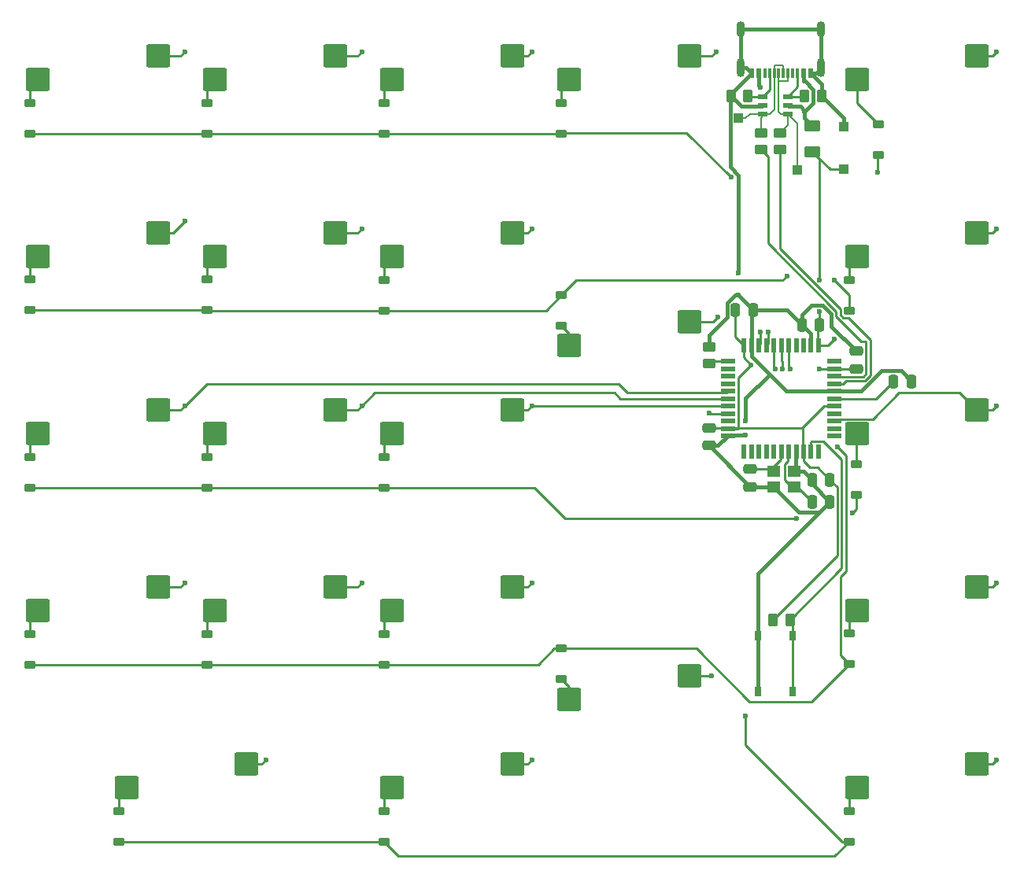
<source format=gbr>
%TF.GenerationSoftware,KiCad,Pcbnew,8.0.6*%
%TF.CreationDate,2024-11-23T01:04:23-05:00*%
%TF.ProjectId,keyboard,6b657962-6f61-4726-942e-6b696361645f,rev?*%
%TF.SameCoordinates,Original*%
%TF.FileFunction,Copper,L2,Bot*%
%TF.FilePolarity,Positive*%
%FSLAX46Y46*%
G04 Gerber Fmt 4.6, Leading zero omitted, Abs format (unit mm)*
G04 Created by KiCad (PCBNEW 8.0.6) date 2024-11-23 01:04:23*
%MOMM*%
%LPD*%
G01*
G04 APERTURE LIST*
G04 Aperture macros list*
%AMRoundRect*
0 Rectangle with rounded corners*
0 $1 Rounding radius*
0 $2 $3 $4 $5 $6 $7 $8 $9 X,Y pos of 4 corners*
0 Add a 4 corners polygon primitive as box body*
4,1,4,$2,$3,$4,$5,$6,$7,$8,$9,$2,$3,0*
0 Add four circle primitives for the rounded corners*
1,1,$1+$1,$2,$3*
1,1,$1+$1,$4,$5*
1,1,$1+$1,$6,$7*
1,1,$1+$1,$8,$9*
0 Add four rect primitives between the rounded corners*
20,1,$1+$1,$2,$3,$4,$5,0*
20,1,$1+$1,$4,$5,$6,$7,0*
20,1,$1+$1,$6,$7,$8,$9,0*
20,1,$1+$1,$8,$9,$2,$3,0*%
G04 Aperture macros list end*
%TA.AperFunction,ComponentPad*%
%ADD10O,0.900000X1.700000*%
%TD*%
%TA.AperFunction,ComponentPad*%
%ADD11O,0.900000X2.000000*%
%TD*%
%TA.AperFunction,SMDPad,CuDef*%
%ADD12R,0.300000X1.140000*%
%TD*%
%TA.AperFunction,SMDPad,CuDef*%
%ADD13R,0.600000X1.140000*%
%TD*%
%TA.AperFunction,SMDPad,CuDef*%
%ADD14R,1.000000X1.000000*%
%TD*%
%TA.AperFunction,SMDPad,CuDef*%
%ADD15R,1.100000X0.600000*%
%TD*%
%TA.AperFunction,SMDPad,CuDef*%
%ADD16R,1.500000X0.550000*%
%TD*%
%TA.AperFunction,SMDPad,CuDef*%
%ADD17R,0.550000X1.500000*%
%TD*%
%TA.AperFunction,SMDPad,CuDef*%
%ADD18RoundRect,0.200000X1.075000X1.050000X-1.075000X1.050000X-1.075000X-1.050000X1.075000X-1.050000X0*%
%TD*%
%TA.AperFunction,SMDPad,CuDef*%
%ADD19RoundRect,0.250000X-0.262500X-0.450000X0.262500X-0.450000X0.262500X0.450000X-0.262500X0.450000X0*%
%TD*%
%TA.AperFunction,SMDPad,CuDef*%
%ADD20RoundRect,0.250000X0.262500X0.450000X-0.262500X0.450000X-0.262500X-0.450000X0.262500X-0.450000X0*%
%TD*%
%TA.AperFunction,SMDPad,CuDef*%
%ADD21R,0.750000X1.000000*%
%TD*%
%TA.AperFunction,SMDPad,CuDef*%
%ADD22R,1.400000X1.200000*%
%TD*%
%TA.AperFunction,SMDPad,CuDef*%
%ADD23RoundRect,0.250000X-0.250000X-0.475000X0.250000X-0.475000X0.250000X0.475000X-0.250000X0.475000X0*%
%TD*%
%TA.AperFunction,SMDPad,CuDef*%
%ADD24RoundRect,0.250000X0.450000X-0.262500X0.450000X0.262500X-0.450000X0.262500X-0.450000X-0.262500X0*%
%TD*%
%TA.AperFunction,SMDPad,CuDef*%
%ADD25RoundRect,0.225000X0.375000X-0.225000X0.375000X0.225000X-0.375000X0.225000X-0.375000X-0.225000X0*%
%TD*%
%TA.AperFunction,SMDPad,CuDef*%
%ADD26RoundRect,0.250000X0.475000X-0.250000X0.475000X0.250000X-0.475000X0.250000X-0.475000X-0.250000X0*%
%TD*%
%TA.AperFunction,SMDPad,CuDef*%
%ADD27RoundRect,0.250000X-0.475000X0.250000X-0.475000X-0.250000X0.475000X-0.250000X0.475000X0.250000X0*%
%TD*%
%TA.AperFunction,SMDPad,CuDef*%
%ADD28RoundRect,0.225000X-0.375000X0.225000X-0.375000X-0.225000X0.375000X-0.225000X0.375000X0.225000X0*%
%TD*%
%TA.AperFunction,SMDPad,CuDef*%
%ADD29RoundRect,0.250000X-0.450000X0.262500X-0.450000X-0.262500X0.450000X-0.262500X0.450000X0.262500X0*%
%TD*%
%TA.AperFunction,SMDPad,CuDef*%
%ADD30RoundRect,0.250000X0.250000X0.475000X-0.250000X0.475000X-0.250000X-0.475000X0.250000X-0.475000X0*%
%TD*%
%TA.AperFunction,SMDPad,CuDef*%
%ADD31RoundRect,0.250000X-0.625000X0.375000X-0.625000X-0.375000X0.625000X-0.375000X0.625000X0.375000X0*%
%TD*%
%TA.AperFunction,ViaPad*%
%ADD32C,0.600000*%
%TD*%
%TA.AperFunction,Conductor*%
%ADD33C,0.254000*%
%TD*%
%TA.AperFunction,Conductor*%
%ADD34C,0.381000*%
%TD*%
%TA.AperFunction,Conductor*%
%ADD35C,0.200000*%
%TD*%
G04 APERTURE END LIST*
D10*
%TO.P,J2,S4,SHIELD*%
%TO.N,GND*%
X245462500Y-61837500D03*
%TO.P,J2,S3,SHIELD*%
X236812500Y-61837500D03*
D11*
%TO.P,J2,S2,SHIELD*%
X245462500Y-66007500D03*
%TO.P,J2,S1,SHIELD*%
X236812500Y-66007500D03*
D12*
%TO.P,J2,B8,SBU2*%
%TO.N,unconnected-(J2-SBU2-PadB8)*%
X239387500Y-66587500D03*
%TO.P,J2,B7,DN2*%
%TO.N,D-*%
X240387500Y-66587500D03*
%TO.P,J2,B6,DP2*%
%TO.N,D+*%
X241887500Y-66587500D03*
%TO.P,J2,B5,CC2*%
%TO.N,CC2*%
X242887500Y-66587500D03*
D13*
%TO.P,J2,B4_A9,VBUS*%
%TO.N,VCC*%
X243537500Y-66587500D03*
%TO.P,J2,B1_A12,GND*%
%TO.N,GND*%
X244337500Y-66587500D03*
D12*
%TO.P,J2,A8,SBU1*%
%TO.N,unconnected-(J2-SBU1-PadA8)*%
X242387500Y-66587500D03*
%TO.P,J2,A7,DN1*%
%TO.N,D-*%
X241387500Y-66587500D03*
%TO.P,J2,A6,DP1*%
%TO.N,D+*%
X240887500Y-66587500D03*
%TO.P,J2,A5,CC1*%
%TO.N,CC1*%
X239887500Y-66587500D03*
D13*
%TO.P,J2,A4_B9,VBUS*%
%TO.N,VCC*%
X238737500Y-66587500D03*
%TO.P,J2,A1_B12,GND*%
%TO.N,GND*%
X237937500Y-66587500D03*
%TD*%
D14*
%TO.P,D-1,1,1*%
%TO.N,D-*%
X236537500Y-71437500D03*
%TD*%
%TO.P,D+1,1,1*%
%TO.N,D+*%
X242887500Y-76993750D03*
%TD*%
D15*
%TO.P,TV1,1,1*%
%TO.N,D-*%
X239156250Y-71003200D03*
%TO.P,TV1,2,2*%
%TO.N,GND*%
X239156250Y-70053200D03*
%TO.P,TV1,3,3*%
%TO.N,CC1*%
X239156250Y-69103200D03*
%TO.P,TV1,4,4*%
%TO.N,CC2*%
X241856250Y-69103200D03*
%TO.P,TV1,5,5*%
%TO.N,VCC*%
X241856250Y-70053200D03*
%TO.P,TV1,6,6*%
%TO.N,D+*%
X241856250Y-71003200D03*
%TD*%
D16*
%TO.P,U1,1,PE6*%
%TO.N,unconnected-(U1-PE6-Pad1)*%
X246856250Y-97625000D03*
%TO.P,U1,2,UVCC*%
%TO.N,+5V*%
X246856250Y-98425000D03*
%TO.P,U1,3,D-*%
%TO.N,Net-(U1-D-)*%
X246856250Y-99225000D03*
%TO.P,U1,4,D+*%
%TO.N,Net-(U1-D+)*%
X246856250Y-100025000D03*
%TO.P,U1,5,UGND*%
%TO.N,GND*%
X246856250Y-100825000D03*
%TO.P,U1,6,UCAP*%
%TO.N,Net-(U1-UCAP)*%
X246856250Y-101625000D03*
%TO.P,U1,7,VBUS*%
%TO.N,+5V*%
X246856250Y-102425000D03*
%TO.P,U1,8,PB0*%
%TO.N,unconnected-(U1-PB0-Pad8)*%
X246856250Y-103225000D03*
%TO.P,U1,9,PB1*%
%TO.N,Y4*%
X246856250Y-104025000D03*
%TO.P,U1,10,PB2*%
%TO.N,unconnected-(U1-PB2-Pad10)*%
X246856250Y-104825000D03*
%TO.P,U1,11,PB3*%
%TO.N,unconnected-(U1-PB3-Pad11)*%
X246856250Y-105625000D03*
D17*
%TO.P,U1,12,PB7*%
%TO.N,unconnected-(U1-PB7-Pad12)*%
X245156250Y-107325000D03*
%TO.P,U1,13,~{RESET}*%
%TO.N,Net-(U1-~{RESET})*%
X244356250Y-107325000D03*
%TO.P,U1,14,VCC*%
%TO.N,+5V*%
X243556250Y-107325000D03*
%TO.P,U1,15,GND*%
%TO.N,GND*%
X242756250Y-107325000D03*
%TO.P,U1,16,XTAL2*%
%TO.N,Net-(U1-XTAL2)*%
X241956250Y-107325000D03*
%TO.P,U1,17,XTAL1*%
%TO.N,Net-(U1-XTAL1)*%
X241156250Y-107325000D03*
%TO.P,U1,18,PD0*%
%TO.N,unconnected-(U1-PD0-Pad18)*%
X240356250Y-107325000D03*
%TO.P,U1,19,PD1*%
%TO.N,unconnected-(U1-PD1-Pad19)*%
X239556250Y-107325000D03*
%TO.P,U1,20,PD2*%
%TO.N,unconnected-(U1-PD2-Pad20)*%
X238756250Y-107325000D03*
%TO.P,U1,21,PD3*%
%TO.N,unconnected-(U1-PD3-Pad21)*%
X237956250Y-107325000D03*
%TO.P,U1,22,PD5*%
%TO.N,unconnected-(U1-PD5-Pad22)*%
X237156250Y-107325000D03*
D16*
%TO.P,U1,23,GND*%
%TO.N,GND*%
X235456250Y-105625000D03*
%TO.P,U1,24,AVCC*%
%TO.N,+5V*%
X235456250Y-104825000D03*
%TO.P,U1,25,PD4*%
%TO.N,unconnected-(U1-PD4-Pad25)*%
X235456250Y-104025000D03*
%TO.P,U1,26,PD6*%
%TO.N,Y3*%
X235456250Y-103225000D03*
%TO.P,U1,27,PD7*%
%TO.N,Y2*%
X235456250Y-102425000D03*
%TO.P,U1,28,PB4*%
%TO.N,Y1*%
X235456250Y-101625000D03*
%TO.P,U1,29,PB5*%
%TO.N,Y0*%
X235456250Y-100825000D03*
%TO.P,U1,30,PB6*%
%TO.N,unconnected-(U1-PB6-Pad30)*%
X235456250Y-100025000D03*
%TO.P,U1,31,PC6*%
%TO.N,unconnected-(U1-PC6-Pad31)*%
X235456250Y-99225000D03*
%TO.P,U1,32,PC7*%
%TO.N,unconnected-(U1-PC7-Pad32)*%
X235456250Y-98425000D03*
%TO.P,U1,33,~{HWB}/PE2*%
%TO.N,Net-(U1-~{HWB}{slash}PE2)*%
X235456250Y-97625000D03*
D17*
%TO.P,U1,34,VCC*%
%TO.N,+5V*%
X237156250Y-95925000D03*
%TO.P,U1,35,GND*%
%TO.N,GND*%
X237956250Y-95925000D03*
%TO.P,U1,36,PF7*%
%TO.N,X0*%
X238756250Y-95925000D03*
%TO.P,U1,37,PF6*%
%TO.N,X1*%
X239556250Y-95925000D03*
%TO.P,U1,38,PF5*%
%TO.N,X4*%
X240356250Y-95925000D03*
%TO.P,U1,39,PF4*%
%TO.N,X3*%
X241156250Y-95925000D03*
%TO.P,U1,40,PF1*%
%TO.N,X2*%
X241956250Y-95925000D03*
%TO.P,U1,41,PF0*%
%TO.N,unconnected-(U1-PF0-Pad41)*%
X242756250Y-95925000D03*
%TO.P,U1,42,AREF*%
%TO.N,unconnected-(U1-AREF-Pad42)*%
X243556250Y-95925000D03*
%TO.P,U1,43,GND*%
%TO.N,GND*%
X244356250Y-95925000D03*
%TO.P,U1,44,AVCC*%
%TO.N,+5V*%
X245156250Y-95925000D03*
%TD*%
D18*
%TO.P,Key_enter1,2,2*%
%TO.N,Y3*%
X231267000Y-131445000D03*
%TO.P,Key_enter1,1,1*%
%TO.N,Net-(D16-A)*%
X218340000Y-133985000D03*
%TD*%
%TO.P,Key_0,1,1*%
%TO.N,Net-(D21-A)*%
X170715000Y-143510000D03*
%TO.P,Key_0,2,2*%
%TO.N,Y0*%
X183642000Y-140970000D03*
%TD*%
%TO.P,Key_+1,1,1*%
%TO.N,Net-(D12-A)*%
X218340000Y-95885000D03*
%TO.P,Key_+1,2,2*%
%TO.N,Y3*%
X231267000Y-93345000D03*
%TD*%
D14*
%TO.P,GND1,1,1*%
%TO.N,GND*%
X247904000Y-72390000D03*
%TD*%
D19*
%TO.P,R8,1*%
%TO.N,GND*%
X235743750Y-69056250D03*
%TO.P,R8,2*%
%TO.N,CC1*%
X237568750Y-69056250D03*
%TD*%
D20*
%TO.P,R7,1*%
%TO.N,GND*%
X245506250Y-69056250D03*
%TO.P,R7,2*%
%TO.N,CC2*%
X243681250Y-69056250D03*
%TD*%
D14*
%TO.P,5V+2,1,1*%
%TO.N,+5V*%
X247840500Y-76962000D03*
%TD*%
D21*
%TO.P,S2,A*%
%TO.N,GND*%
X238631250Y-127175000D03*
%TO.P,S2,B*%
X238631250Y-133175000D03*
%TO.P,S2,C*%
%TO.N,Net-(U1-~{RESET})*%
X242381250Y-127175000D03*
%TO.P,S2,D*%
X242381250Y-133175000D03*
%TD*%
D18*
%TO.P,Custom-1,1,1*%
%TO.N,Net-(D17-A)*%
X249296250Y-67310000D03*
%TO.P,Custom-1,2,2*%
%TO.N,Y4*%
X262223250Y-64770000D03*
%TD*%
%TO.P,Custom-3,1,1*%
%TO.N,Net-(D19-A)*%
X249296250Y-105410000D03*
%TO.P,Custom-3,2,2*%
%TO.N,Y4*%
X262223250Y-102870000D03*
%TD*%
%TO.P,Key_del1,1,1*%
%TO.N,Net-(D23-A)*%
X199290000Y-143510000D03*
%TO.P,Key_del1,2,2*%
%TO.N,Y2*%
X212217000Y-140970000D03*
%TD*%
%TO.P,Key_4,1,1*%
%TO.N,Net-(D5-A)*%
X161190000Y-105410000D03*
%TO.P,Key_4,2,2*%
%TO.N,Y0*%
X174117000Y-102870000D03*
%TD*%
%TO.P,Key_6,1,1*%
%TO.N,Net-(D13-A)*%
X199290000Y-105410000D03*
%TO.P,Key_6,2,2*%
%TO.N,Y2*%
X212217000Y-102870000D03*
%TD*%
%TO.P,Key_2,1,1*%
%TO.N,Net-(D8-A)*%
X180240000Y-124460000D03*
%TO.P,Key_2,2,2*%
%TO.N,Y1*%
X193167000Y-121920000D03*
%TD*%
%TO.P,Custom-4,2,2*%
%TO.N,Y4*%
X262223250Y-121920000D03*
%TO.P,Custom-4,1,1*%
%TO.N,Net-(D20-A)*%
X249296250Y-124460000D03*
%TD*%
%TO.P,Key_\u002A1,2,2*%
%TO.N,Y2*%
X212217000Y-64770000D03*
%TO.P,Key_\u002A1,1,1*%
%TO.N,Net-(D9-A)*%
X199290000Y-67310000D03*
%TD*%
%TO.P,Key_7,1,1*%
%TO.N,Net-(D3-A)*%
X161190000Y-86360000D03*
%TO.P,Key_7,2,2*%
%TO.N,Y0*%
X174117000Y-83820000D03*
%TD*%
%TO.P,Custom-2,2,2*%
%TO.N,Y4*%
X262223250Y-83820000D03*
%TO.P,Custom-2,1,1*%
%TO.N,Net-(D18-A)*%
X249296250Y-86360000D03*
%TD*%
%TO.P,Key_8,1,1*%
%TO.N,Net-(D4-A)*%
X180240000Y-86360000D03*
%TO.P,Key_8,2,2*%
%TO.N,Y1*%
X193167000Y-83820000D03*
%TD*%
%TO.P,Key_3,1,1*%
%TO.N,Net-(D14-A)*%
X199290000Y-124460000D03*
%TO.P,Key_3,2,2*%
%TO.N,Y2*%
X212217000Y-121920000D03*
%TD*%
%TO.P,Key_-1,2,2*%
%TO.N,Y3*%
X231267000Y-64770000D03*
%TO.P,Key_-1,1,1*%
%TO.N,Net-(D11-A)*%
X218340000Y-67310000D03*
%TD*%
%TO.P,Key_9,1,1*%
%TO.N,Net-(D10-A)*%
X199290000Y-86360000D03*
%TO.P,Key_9,2,2*%
%TO.N,Y2*%
X212217000Y-83820000D03*
%TD*%
%TO.P,Key_1,1,1*%
%TO.N,Net-(D6-A)*%
X161190000Y-124460000D03*
%TO.P,Key_1,2,2*%
%TO.N,Y0*%
X174117000Y-121920000D03*
%TD*%
%TO.P,Custom-5,2,2*%
%TO.N,Y4*%
X262223250Y-140970000D03*
%TO.P,Custom-5,1,1*%
%TO.N,Net-(D25-A)*%
X249296250Y-143510000D03*
%TD*%
%TO.P,Key_/1,2,2*%
%TO.N,Y1*%
X193167000Y-64770000D03*
%TO.P,Key_/1,1,1*%
%TO.N,Net-(D2-A)*%
X180240000Y-67310000D03*
%TD*%
%TO.P,Key_5,1,1*%
%TO.N,Net-(D7-A)*%
X180240000Y-105410000D03*
%TO.P,Key_5,2,2*%
%TO.N,Y1*%
X193167000Y-102870000D03*
%TD*%
D22*
%TO.P,Y1,1,1*%
%TO.N,Net-(U1-XTAL1)*%
X240350000Y-109425000D03*
%TO.P,Y1,2,2*%
%TO.N,GND*%
X242550000Y-109425000D03*
%TO.P,Y1,3,3*%
%TO.N,Net-(U1-XTAL2)*%
X242550000Y-111125000D03*
%TO.P,Y1,4,4*%
%TO.N,GND*%
X240350000Y-111125000D03*
%TD*%
D23*
%TO.P,C6,2*%
%TO.N,+5V*%
X245268750Y-93662500D03*
%TO.P,C6,1*%
%TO.N,GND*%
X243368750Y-93662500D03*
%TD*%
D24*
%TO.P,R1,2*%
%TO.N,GND*%
X233362500Y-96043750D03*
%TO.P,R1,1*%
%TO.N,Net-(U1-~{HWB}{slash}PE2)*%
X233362500Y-97868750D03*
%TD*%
D25*
%TO.P,D1,2,A*%
%TO.N,Net-(D1-A)*%
X160337500Y-69787500D03*
%TO.P,D1,1,K*%
%TO.N,X0*%
X160337500Y-73087500D03*
%TD*%
%TO.P,D14,2,A*%
%TO.N,Net-(D14-A)*%
X198437500Y-126937500D03*
%TO.P,D14,1,K*%
%TO.N,X3*%
X198437500Y-130237500D03*
%TD*%
%TO.P,D8,2,A*%
%TO.N,Net-(D8-A)*%
X179387500Y-126937500D03*
%TO.P,D8,1,K*%
%TO.N,X3*%
X179387500Y-130237500D03*
%TD*%
%TO.P,D6,2,A*%
%TO.N,Net-(D6-A)*%
X160337500Y-126937500D03*
%TO.P,D6,1,K*%
%TO.N,X3*%
X160337500Y-130237500D03*
%TD*%
D23*
%TO.P,C5,2*%
%TO.N,+5V*%
X246375000Y-110331250D03*
%TO.P,C5,1*%
%TO.N,GND*%
X244475000Y-110331250D03*
%TD*%
D25*
%TO.P,D4,2,A*%
%TO.N,Net-(D4-A)*%
X179387500Y-88775000D03*
%TO.P,D4,1,K*%
%TO.N,X1*%
X179387500Y-92075000D03*
%TD*%
D26*
%TO.P,C2,2*%
%TO.N,+5V*%
X233362500Y-104775000D03*
%TO.P,C2,1*%
%TO.N,GND*%
X233362500Y-106675000D03*
%TD*%
D27*
%TO.P,C4,2*%
%TO.N,+5V*%
X249237500Y-98425000D03*
%TO.P,C4,1*%
%TO.N,GND*%
X249237500Y-96525000D03*
%TD*%
D23*
%TO.P,C1,2*%
%TO.N,GND*%
X255150000Y-99750000D03*
%TO.P,C1,1*%
%TO.N,Net-(U1-UCAP)*%
X253250000Y-99750000D03*
%TD*%
D25*
%TO.P,D2,2,A*%
%TO.N,Net-(D2-A)*%
X179387500Y-69787500D03*
%TO.P,D2,1,K*%
%TO.N,X0*%
X179387500Y-73087500D03*
%TD*%
%TO.P,D10,2,A*%
%TO.N,Net-(D10-A)*%
X198437500Y-88837500D03*
%TO.P,D10,1,K*%
%TO.N,X1*%
X198437500Y-92137500D03*
%TD*%
%TO.P,D11,2,A*%
%TO.N,Net-(D11-A)*%
X217487500Y-69787500D03*
%TO.P,D11,1,K*%
%TO.N,X0*%
X217487500Y-73087500D03*
%TD*%
D19*
%TO.P,R4,1*%
%TO.N,+5V*%
X240268750Y-125412500D03*
%TO.P,R4,2*%
%TO.N,Net-(U1-~{RESET})*%
X242093750Y-125412500D03*
%TD*%
D25*
%TO.P,D7,2,A*%
%TO.N,Net-(D7-A)*%
X179387500Y-107887500D03*
%TO.P,D7,1,K*%
%TO.N,X2*%
X179387500Y-111187500D03*
%TD*%
%TO.P,D5,2,A*%
%TO.N,Net-(D5-A)*%
X160337500Y-107887500D03*
%TO.P,D5,1,K*%
%TO.N,X2*%
X160337500Y-111187500D03*
%TD*%
%TO.P,D23,2,A*%
%TO.N,Net-(D23-A)*%
X198437500Y-145987500D03*
%TO.P,D23,1,K*%
%TO.N,X4*%
X198437500Y-149287500D03*
%TD*%
%TO.P,D19,2,A*%
%TO.N,Net-(D19-A)*%
X249237500Y-108681250D03*
%TO.P,D19,1,K*%
%TO.N,X2*%
X249237500Y-111981250D03*
%TD*%
D24*
%TO.P,R2,2*%
%TO.N,D+*%
X240982500Y-73025000D03*
%TO.P,R2,1*%
%TO.N,Net-(U1-D+)*%
X240982500Y-74850000D03*
%TD*%
D28*
%TO.P,D12,2,A*%
%TO.N,Net-(D12-A)*%
X217487500Y-93787500D03*
%TO.P,D12,1,K*%
%TO.N,X1*%
X217487500Y-90487500D03*
%TD*%
D29*
%TO.P,R3,2*%
%TO.N,Net-(U1-D-)*%
X238950500Y-74850000D03*
%TO.P,R3,1*%
%TO.N,D-*%
X238950500Y-73025000D03*
%TD*%
D25*
%TO.P,D3,2,A*%
%TO.N,Net-(D3-A)*%
X160337500Y-88775000D03*
%TO.P,D3,1,K*%
%TO.N,X1*%
X160337500Y-92075000D03*
%TD*%
%TO.P,D13,2,A*%
%TO.N,Net-(D13-A)*%
X198437500Y-107887500D03*
%TO.P,D13,1,K*%
%TO.N,X2*%
X198437500Y-111187500D03*
%TD*%
D27*
%TO.P,C7,1*%
%TO.N,Net-(U1-XTAL1)*%
X237787500Y-109225000D03*
%TO.P,C7,2*%
%TO.N,GND*%
X237787500Y-111125000D03*
%TD*%
D25*
%TO.P,D18,1,K*%
%TO.N,X1*%
X248443750Y-92137500D03*
%TO.P,D18,2,A*%
%TO.N,Net-(D18-A)*%
X248443750Y-88837500D03*
%TD*%
%TO.P,D25,1,K*%
%TO.N,X4*%
X248443750Y-149287500D03*
%TO.P,D25,2,A*%
%TO.N,Net-(D25-A)*%
X248443750Y-145987500D03*
%TD*%
%TO.P,D9,2,A*%
%TO.N,Net-(D9-A)*%
X198437500Y-69787500D03*
%TO.P,D9,1,K*%
%TO.N,X0*%
X198437500Y-73087500D03*
%TD*%
D28*
%TO.P,D16,2,A*%
%TO.N,Net-(D16-A)*%
X217487500Y-131825000D03*
%TO.P,D16,1,K*%
%TO.N,X3*%
X217487500Y-128525000D03*
%TD*%
D25*
%TO.P,D20,1,K*%
%TO.N,X3*%
X248443750Y-130175000D03*
%TO.P,D20,2,A*%
%TO.N,Net-(D20-A)*%
X248443750Y-126875000D03*
%TD*%
D23*
%TO.P,C8,2*%
%TO.N,GND*%
X246375000Y-112712500D03*
%TO.P,C8,1*%
%TO.N,Net-(U1-XTAL2)*%
X244475000Y-112712500D03*
%TD*%
D25*
%TO.P,D21,2,A*%
%TO.N,Net-(D21-A)*%
X169862500Y-145987500D03*
%TO.P,D21,1,K*%
%TO.N,X4*%
X169862500Y-149287500D03*
%TD*%
%TO.P,D17,1,K*%
%TO.N,X0*%
X251618750Y-75406250D03*
%TO.P,D17,2,A*%
%TO.N,Net-(D17-A)*%
X251618750Y-72106250D03*
%TD*%
D18*
%TO.P,NumLock1,1,1*%
%TO.N,Net-(D1-A)*%
X161190000Y-67310000D03*
%TO.P,NumLock1,2,2*%
%TO.N,Y0*%
X174117000Y-64770000D03*
%TD*%
D30*
%TO.P,C3,2*%
%TO.N,+5V*%
X236225000Y-92075000D03*
%TO.P,C3,1*%
%TO.N,GND*%
X238125000Y-92075000D03*
%TD*%
D31*
%TO.P,F2,1*%
%TO.N,VCC*%
X244475000Y-72231250D03*
%TO.P,F2,2*%
%TO.N,+5V*%
X244475000Y-75031250D03*
%TD*%
D32*
%TO.N,X0*%
X251500000Y-77250000D03*
%TO.N,GND*%
X236537500Y-88106250D03*
%TO.N,VCC*%
X243681250Y-70643750D03*
X238918750Y-68099998D03*
%TO.N,Y3*%
X233362500Y-103187500D03*
%TO.N,GND*%
X237284769Y-105522269D03*
X237331250Y-103981250D03*
%TO.N,X4*%
X240493744Y-98425000D03*
X237331250Y-135750000D03*
%TO.N,X3*%
X241293747Y-98425000D03*
X247189106Y-106823394D03*
%TO.N,X2*%
X242093750Y-98425000D03*
X242824524Y-114479605D03*
X248840625Y-113903125D03*
%TO.N,X1*%
X239718753Y-94456250D03*
%TO.N,X0*%
X238918750Y-94456250D03*
%TO.N,GND*%
X236537500Y-90487500D03*
%TO.N,Y4*%
X264318750Y-83343750D03*
X264318750Y-102393750D03*
X264318750Y-121443750D03*
X264318750Y-140493750D03*
X264318750Y-64293750D03*
%TO.N,Y3*%
X234311000Y-92868750D03*
X233687500Y-131437500D03*
X234156250Y-64293750D03*
%TO.N,Y2*%
X214312500Y-83343750D03*
X214312500Y-102393750D03*
X214312500Y-121443750D03*
X214312500Y-140493750D03*
X214312500Y-64293750D03*
%TO.N,Y1*%
X196056250Y-83343750D03*
X196056250Y-102393750D03*
X196056250Y-121443750D03*
X196056250Y-64293750D03*
%TO.N,Y0*%
X177006250Y-102393750D03*
X177006250Y-121443750D03*
X185737500Y-140493750D03*
X177006250Y-64293750D03*
%TO.N,X0*%
X235743750Y-77787500D03*
%TO.N,X1*%
X246856250Y-88900000D03*
X241786858Y-88413142D03*
%TO.N,+5V*%
X237896466Y-97972732D03*
X245268750Y-98425000D03*
X246856250Y-95250000D03*
X245268750Y-92268750D03*
X245268750Y-88900000D03*
%TO.N,Y0*%
X177006250Y-82550000D03*
%TD*%
D33*
%TO.N,X0*%
X251500000Y-75525000D02*
X251618750Y-75406250D01*
X251500000Y-77250000D02*
X251500000Y-75525000D01*
%TO.N,Net-(U1-~{RESET})*%
X242381250Y-127175000D02*
X242381250Y-133175000D01*
D34*
%TO.N,GND*%
X238631250Y-127175000D02*
X238631250Y-133175000D01*
D33*
%TO.N,X3*%
X232025000Y-128525000D02*
X217487500Y-128525000D01*
X237750000Y-134250000D02*
X232025000Y-128525000D01*
X244368750Y-134250000D02*
X237750000Y-134250000D01*
X248443750Y-130175000D02*
X244368750Y-134250000D01*
%TO.N,Y3*%
X233687500Y-131437500D02*
X233680000Y-131445000D01*
X233680000Y-131445000D02*
X231267000Y-131445000D01*
%TO.N,X4*%
X247712500Y-149287500D02*
X248443750Y-149287500D01*
X237331250Y-138906250D02*
X247712500Y-149287500D01*
X237331250Y-135750000D02*
X237331250Y-138906250D01*
%TO.N,+5V*%
X236533250Y-99335948D02*
X237896466Y-97972732D01*
X236533250Y-104752000D02*
X236533250Y-99335948D01*
X236460250Y-104825000D02*
X236533250Y-104752000D01*
X235456250Y-104825000D02*
X236460250Y-104825000D01*
X246825000Y-98425000D02*
X249237500Y-98425000D01*
X246800000Y-98400000D02*
X246825000Y-98425000D01*
X246775000Y-98425000D02*
X246800000Y-98400000D01*
X245268750Y-98425000D02*
X246775000Y-98425000D01*
D34*
%TO.N,GND*%
X251949837Y-98634500D02*
X249759337Y-100825000D01*
X254034500Y-98634500D02*
X251949837Y-98634500D01*
X249759337Y-100825000D02*
X246856250Y-100825000D01*
X255150000Y-99750000D02*
X254034500Y-98634500D01*
D33*
%TO.N,Net-(U1-UCAP)*%
X251375000Y-101625000D02*
X253250000Y-99750000D01*
X246856250Y-101625000D02*
X251375000Y-101625000D01*
D34*
%TO.N,GND*%
X244421750Y-91578250D02*
X243368750Y-92631250D01*
X245578250Y-91578250D02*
X244421750Y-91578250D01*
X246545250Y-92545250D02*
X245578250Y-91578250D01*
X246545250Y-93832750D02*
X246545250Y-92545250D01*
X243368750Y-92631250D02*
X243368750Y-93662500D01*
X249237500Y-96525000D02*
X246545250Y-93832750D01*
D33*
%TO.N,+5V*%
X245268750Y-92268750D02*
X245268750Y-93662500D01*
%TO.N,Net-(U1-D-)*%
X246852000Y-99252000D02*
X246800000Y-99200000D01*
X249958428Y-99252000D02*
X246852000Y-99252000D01*
X250289500Y-98920928D02*
X249958428Y-99252000D01*
X250289500Y-95471867D02*
X250289500Y-98920928D01*
X249749184Y-95471867D02*
X250289500Y-95471867D01*
X247062750Y-92785433D02*
X249749184Y-95471867D01*
X247062750Y-92245117D02*
X247062750Y-92785433D01*
X239712500Y-75612000D02*
X239712500Y-84894867D01*
X239712500Y-84894867D02*
X247062750Y-92245117D01*
X238950500Y-74850000D02*
X239712500Y-75612000D01*
%TO.N,+5V*%
X245043750Y-109000000D02*
X246375000Y-110331250D01*
X244227250Y-109000000D02*
X245043750Y-109000000D01*
X243556250Y-107325000D02*
X243556250Y-108329000D01*
X243556250Y-108329000D02*
X244227250Y-109000000D01*
D35*
%TO.N,D+*%
X241826250Y-67468750D02*
X240887500Y-67468750D01*
X241887500Y-67407500D02*
X241826250Y-67468750D01*
X241887500Y-66587500D02*
X241887500Y-67407500D01*
D33*
%TO.N,Net-(D4-A)*%
X179387500Y-87212500D02*
X180240000Y-86360000D01*
X179387500Y-88775000D02*
X179387500Y-87212500D01*
%TO.N,Net-(D3-A)*%
X160337500Y-87212500D02*
X161190000Y-86360000D01*
X160337500Y-88775000D02*
X160337500Y-87212500D01*
D34*
%TO.N,GND*%
X235647000Y-76714235D02*
X236537500Y-77604735D01*
X236537500Y-77604735D02*
X236537500Y-88106250D01*
X235647000Y-69153000D02*
X235647000Y-76714235D01*
X235743750Y-69056250D02*
X235647000Y-69153000D01*
D35*
%TO.N,D+*%
X242887500Y-72034450D02*
X242887500Y-76993750D01*
X241856250Y-71003200D02*
X242887500Y-72034450D01*
%TO.N,D-*%
X237765550Y-71003200D02*
X239156250Y-71003200D01*
X237331250Y-71437500D02*
X237765550Y-71003200D01*
X236537500Y-71437500D02*
X237331250Y-71437500D01*
D34*
%TO.N,GND*%
X247904000Y-71454000D02*
X245506250Y-69056250D01*
X247904000Y-72390000D02*
X247904000Y-71454000D01*
D33*
%TO.N,+5V*%
X246405750Y-76962000D02*
X247840500Y-76962000D01*
X244475000Y-75031250D02*
X246405750Y-76962000D01*
X245268750Y-75825000D02*
X244475000Y-75031250D01*
X245268750Y-88900000D02*
X245268750Y-75825000D01*
D35*
%TO.N,D+*%
X241856250Y-72151250D02*
X240982500Y-73025000D01*
X241856250Y-71003200D02*
X241856250Y-72151250D01*
%TO.N,D-*%
X238950500Y-71405750D02*
X238950500Y-73025000D01*
X239156250Y-71200000D02*
X238950500Y-71405750D01*
X239156250Y-71003200D02*
X239156250Y-71200000D01*
D34*
%TO.N,VCC*%
X243681250Y-71437500D02*
X244475000Y-72231250D01*
X243681250Y-70643750D02*
X243681250Y-71437500D01*
%TO.N,GND*%
X245506250Y-67756250D02*
X244337500Y-66587500D01*
X245506250Y-69056250D02*
X245506250Y-67756250D01*
D33*
%TO.N,CC2*%
X241856250Y-69103200D02*
X243634300Y-69103200D01*
X243634300Y-69103200D02*
X243681250Y-69056250D01*
D34*
%TO.N,VCC*%
X243718982Y-70643750D02*
X243681250Y-70643750D01*
X244584250Y-69778482D02*
X243718982Y-70643750D01*
X244584250Y-68334018D02*
X244584250Y-69778482D01*
X243537500Y-67438500D02*
X243688732Y-67438500D01*
X243688732Y-67438500D02*
X244584250Y-68334018D01*
X241949800Y-70146750D02*
X241856250Y-70053200D01*
X243184250Y-70146750D02*
X241949800Y-70146750D01*
X243681250Y-70643750D02*
X243184250Y-70146750D01*
X243537500Y-67438500D02*
X243537500Y-66587500D01*
%TO.N,GND*%
X239062700Y-70146750D02*
X239156250Y-70053200D01*
X236834250Y-70146750D02*
X239062700Y-70146750D01*
X235743750Y-69056250D02*
X236834250Y-70146750D01*
X235743750Y-68781250D02*
X237937500Y-66587500D01*
X235743750Y-69056250D02*
X235743750Y-68781250D01*
D33*
%TO.N,CC1*%
X237615700Y-69103200D02*
X237568750Y-69056250D01*
X239156250Y-69103200D02*
X237615700Y-69103200D01*
%TO.N,CC2*%
X242887500Y-68071950D02*
X242887500Y-66587500D01*
X241856250Y-69103200D02*
X242887500Y-68071950D01*
D35*
%TO.N,D+*%
X241106250Y-71003200D02*
X241856250Y-71003200D01*
X240887500Y-70784450D02*
X241106250Y-71003200D01*
X240887500Y-67468750D02*
X240887500Y-70784450D01*
%TO.N,D-*%
X240387500Y-70521950D02*
X239906250Y-71003200D01*
X240387500Y-66587500D02*
X240387500Y-70521950D01*
X239906250Y-71003200D02*
X239156250Y-71003200D01*
D34*
%TO.N,VCC*%
X238737500Y-67918748D02*
X238918750Y-68099998D01*
X238737500Y-66587500D02*
X238737500Y-67918748D01*
D33*
%TO.N,X2*%
X248840625Y-113903125D02*
X249237500Y-113506250D01*
X249237500Y-113506250D02*
X249237500Y-111981250D01*
%TO.N,Y4*%
X247048250Y-103833000D02*
X246856250Y-104025000D01*
X250973250Y-103833000D02*
X247048250Y-103833000D01*
X253813250Y-100993000D02*
X250973250Y-103833000D01*
X260346250Y-100993000D02*
X253813250Y-100993000D01*
X262223250Y-102870000D02*
X260346250Y-100993000D01*
%TO.N,Y3*%
X235456250Y-103225000D02*
X233400000Y-103225000D01*
X233400000Y-103225000D02*
X233362500Y-103187500D01*
D34*
%TO.N,GND*%
X237284769Y-105522269D02*
X235558981Y-105522269D01*
X237331250Y-101600000D02*
X237331250Y-103981250D01*
X239915750Y-99015500D02*
X237331250Y-101600000D01*
X239915750Y-99015500D02*
X241725250Y-100825000D01*
X237956250Y-97056000D02*
X239915750Y-99015500D01*
X235558981Y-105522269D02*
X235456250Y-105625000D01*
X233362500Y-94793765D02*
X235334500Y-92821765D01*
X233362500Y-96043750D02*
X233362500Y-94793765D01*
D33*
%TO.N,Net-(U1-~{HWB}{slash}PE2)*%
X233606250Y-97625000D02*
X235456250Y-97625000D01*
X233362500Y-97868750D02*
X233606250Y-97625000D01*
%TO.N,Y2*%
X214343750Y-102425000D02*
X235456250Y-102425000D01*
X214312500Y-102393750D02*
X214343750Y-102425000D01*
%TO.N,Y1*%
X223230500Y-100993000D02*
X223862500Y-101625000D01*
X197457000Y-100993000D02*
X223230500Y-100993000D01*
X223862500Y-101625000D02*
X235456250Y-101625000D01*
X196056250Y-102393750D02*
X197457000Y-100993000D01*
%TO.N,Y0*%
X235310500Y-100970750D02*
X235456250Y-100825000D01*
X224617791Y-100970750D02*
X235310500Y-100970750D01*
X177006250Y-102393750D02*
X179387500Y-100012500D01*
X179387500Y-100012500D02*
X223659541Y-100012500D01*
X223659541Y-100012500D02*
X224617791Y-100970750D01*
%TO.N,X4*%
X240356250Y-98287506D02*
X240356250Y-95925000D01*
X240493744Y-98425000D02*
X240356250Y-98287506D01*
%TO.N,X3*%
X241156250Y-97500006D02*
X241156250Y-95925000D01*
X241293747Y-97637503D02*
X241156250Y-97500006D01*
X241293747Y-98425000D02*
X241293747Y-97637503D01*
X248110000Y-107744288D02*
X247189106Y-106823394D01*
X248110000Y-120190000D02*
X248110000Y-107744288D01*
X247516750Y-120783250D02*
X248110000Y-120190000D01*
X248443750Y-130175000D02*
X247516750Y-129248000D01*
X247516750Y-129248000D02*
X247516750Y-120783250D01*
%TO.N,X2*%
X241956250Y-98287500D02*
X241956250Y-95925000D01*
X242093750Y-98425000D02*
X241956250Y-98287500D01*
X217933646Y-114479605D02*
X242824524Y-114479605D01*
X214641541Y-111187500D02*
X217933646Y-114479605D01*
%TO.N,X1*%
X239718753Y-95762497D02*
X239556250Y-95925000D01*
X239718753Y-94456250D02*
X239718753Y-95762497D01*
D34*
%TO.N,GND*%
X235334500Y-92821765D02*
X235334500Y-91327768D01*
X235334500Y-91327768D02*
X236174768Y-90487500D01*
X236174768Y-90487500D02*
X236537500Y-90487500D01*
X241725250Y-100825000D02*
X246856250Y-100825000D01*
X237956250Y-95925000D02*
X237956250Y-97056000D01*
X237956250Y-92243750D02*
X238125000Y-92075000D01*
X237956250Y-95925000D02*
X237956250Y-92243750D01*
D33*
%TO.N,X0*%
X238918750Y-95762500D02*
X238756250Y-95925000D01*
X238918750Y-94456250D02*
X238918750Y-95762500D01*
D34*
%TO.N,GND*%
X243368750Y-93662500D02*
X241781250Y-92075000D01*
X241781250Y-92075000D02*
X238125000Y-92075000D01*
D33*
%TO.N,+5V*%
X236225000Y-94993750D02*
X237156250Y-95925000D01*
X236225000Y-92075000D02*
X236225000Y-94993750D01*
D34*
%TO.N,GND*%
X236537500Y-90487500D02*
X238125000Y-92075000D01*
D33*
%TO.N,X1*%
X219075000Y-88900000D02*
X217487500Y-90487500D01*
X241786858Y-88413142D02*
X241300000Y-88900000D01*
X241300000Y-88900000D02*
X219075000Y-88900000D01*
%TO.N,Y4*%
X263842500Y-83820000D02*
X264318750Y-83343750D01*
X262223250Y-83820000D02*
X263842500Y-83820000D01*
X262223250Y-102870000D02*
X263842500Y-102870000D01*
X263842500Y-102870000D02*
X264318750Y-102393750D01*
X263842500Y-121920000D02*
X264318750Y-121443750D01*
X262223250Y-121920000D02*
X263842500Y-121920000D01*
X263842500Y-140970000D02*
X264318750Y-140493750D01*
X262223250Y-140970000D02*
X263842500Y-140970000D01*
X263842500Y-64770000D02*
X264318750Y-64293750D01*
X262223250Y-64770000D02*
X263842500Y-64770000D01*
%TO.N,Y3*%
X233680000Y-64770000D02*
X231267000Y-64770000D01*
X234156250Y-64293750D02*
X233680000Y-64770000D01*
X231267000Y-93345000D02*
X233834750Y-93345000D01*
X233834750Y-93345000D02*
X234311000Y-92868750D01*
%TO.N,Y2*%
X213836250Y-83820000D02*
X214312500Y-83343750D01*
X212217000Y-83820000D02*
X213836250Y-83820000D01*
X212217000Y-102870000D02*
X213836250Y-102870000D01*
X213836250Y-102870000D02*
X214312500Y-102393750D01*
X213836250Y-121920000D02*
X214312500Y-121443750D01*
X212217000Y-121920000D02*
X213836250Y-121920000D01*
X213836250Y-140970000D02*
X214312500Y-140493750D01*
X212217000Y-140970000D02*
X213836250Y-140970000D01*
X213836250Y-64770000D02*
X214312500Y-64293750D01*
X212217000Y-64770000D02*
X213836250Y-64770000D01*
%TO.N,Y1*%
X193167000Y-83820000D02*
X195580000Y-83820000D01*
X195580000Y-83820000D02*
X196056250Y-83343750D01*
X193167000Y-102870000D02*
X195580000Y-102870000D01*
X195580000Y-102870000D02*
X196056250Y-102393750D01*
X195580000Y-121920000D02*
X196056250Y-121443750D01*
X193167000Y-121920000D02*
X195580000Y-121920000D01*
X195580000Y-64770000D02*
X196056250Y-64293750D01*
X193167000Y-64770000D02*
X195580000Y-64770000D01*
%TO.N,Y0*%
X174117000Y-102870000D02*
X176530000Y-102870000D01*
X176530000Y-102870000D02*
X177006250Y-102393750D01*
X174117000Y-121920000D02*
X176530000Y-121920000D01*
X176530000Y-121920000D02*
X177006250Y-121443750D01*
X185261250Y-140970000D02*
X185737500Y-140493750D01*
X183642000Y-140970000D02*
X185261250Y-140970000D01*
X174117000Y-64770000D02*
X176530000Y-64770000D01*
X176530000Y-64770000D02*
X177006250Y-64293750D01*
%TO.N,X0*%
X198437500Y-73087500D02*
X217487500Y-73087500D01*
X179387500Y-73087500D02*
X198437500Y-73087500D01*
X160337500Y-73087500D02*
X179387500Y-73087500D01*
%TO.N,X1*%
X179387500Y-92075000D02*
X160337500Y-92075000D01*
X179450000Y-92137500D02*
X179387500Y-92075000D01*
X198437500Y-92137500D02*
X179450000Y-92137500D01*
X215837500Y-92137500D02*
X198437500Y-92137500D01*
X217487500Y-90487500D02*
X215837500Y-92137500D01*
X248443750Y-90487500D02*
X246856250Y-88900000D01*
X248443750Y-92137500D02*
X248443750Y-90487500D01*
%TO.N,X2*%
X198437500Y-111187500D02*
X214641541Y-111187500D01*
X179387500Y-111187500D02*
X198437500Y-111187500D01*
X160337500Y-111187500D02*
X179387500Y-111187500D01*
%TO.N,X3*%
X179387500Y-130237500D02*
X160337500Y-130237500D01*
X198437500Y-130237500D02*
X179387500Y-130237500D01*
X215043750Y-130237500D02*
X198437500Y-130237500D01*
X216756250Y-128525000D02*
X215043750Y-130237500D01*
X217487500Y-128525000D02*
X216756250Y-128525000D01*
D34*
%TO.N,GND*%
X238631250Y-120456250D02*
X245259500Y-113828000D01*
X238631250Y-127175000D02*
X238631250Y-120456250D01*
D33*
%TO.N,Net-(U1-~{RESET})*%
X242381250Y-125700000D02*
X242093750Y-125412500D01*
X242381250Y-127175000D02*
X242381250Y-125700000D01*
%TO.N,X4*%
X198437500Y-149287500D02*
X169862500Y-149287500D01*
X199983900Y-150833900D02*
X198437500Y-149287500D01*
X248443750Y-149287500D02*
X246897350Y-150833900D01*
X246897350Y-150833900D02*
X199983900Y-150833900D01*
%TO.N,Net-(D21-A)*%
X169862500Y-144362500D02*
X170715000Y-143510000D01*
X169862500Y-145987500D02*
X169862500Y-144362500D01*
%TO.N,Net-(D8-A)*%
X179387500Y-125312500D02*
X180240000Y-124460000D01*
X179387500Y-126937500D02*
X179387500Y-125312500D01*
%TO.N,Net-(D6-A)*%
X160337500Y-125312500D02*
X161190000Y-124460000D01*
X160337500Y-126937500D02*
X160337500Y-125312500D01*
%TO.N,Net-(D5-A)*%
X160337500Y-106262500D02*
X161190000Y-105410000D01*
X160337500Y-107887500D02*
X160337500Y-106262500D01*
%TO.N,Net-(D7-A)*%
X179387500Y-107887500D02*
X179387500Y-106262500D01*
X179387500Y-106262500D02*
X180240000Y-105410000D01*
%TO.N,Net-(D12-A)*%
X218340000Y-94640000D02*
X217487500Y-93787500D01*
X218340000Y-95885000D02*
X218340000Y-94640000D01*
%TO.N,Net-(D13-A)*%
X198437500Y-106262500D02*
X199290000Y-105410000D01*
X198437500Y-107887500D02*
X198437500Y-106262500D01*
%TO.N,Net-(D14-A)*%
X198437500Y-125312500D02*
X199290000Y-124460000D01*
X198437500Y-126937500D02*
X198437500Y-125312500D01*
%TO.N,Net-(D23-A)*%
X198437500Y-144362500D02*
X199290000Y-143510000D01*
X198437500Y-145987500D02*
X198437500Y-144362500D01*
%TO.N,Net-(D16-A)*%
X218340000Y-132677500D02*
X217487500Y-131825000D01*
X218340000Y-133985000D02*
X218340000Y-132677500D01*
%TO.N,Net-(D25-A)*%
X248443750Y-144362500D02*
X249296250Y-143510000D01*
X248443750Y-145987500D02*
X248443750Y-144362500D01*
%TO.N,Net-(D20-A)*%
X248443750Y-125312500D02*
X249296250Y-124460000D01*
X248443750Y-126875000D02*
X248443750Y-125312500D01*
%TO.N,Net-(D19-A)*%
X249237500Y-105468750D02*
X249296250Y-105410000D01*
X249237500Y-108681250D02*
X249237500Y-105468750D01*
%TO.N,Net-(D18-A)*%
X248443750Y-87212500D02*
X249296250Y-86360000D01*
X248443750Y-88837500D02*
X248443750Y-87212500D01*
%TO.N,Net-(D17-A)*%
X249296250Y-69783750D02*
X249296250Y-67310000D01*
X251618750Y-72106250D02*
X249296250Y-69783750D01*
%TO.N,Net-(D11-A)*%
X217487500Y-68162500D02*
X218340000Y-67310000D01*
X217487500Y-69787500D02*
X217487500Y-68162500D01*
%TO.N,Net-(D9-A)*%
X198437500Y-68162500D02*
X199290000Y-67310000D01*
X198437500Y-69787500D02*
X198437500Y-68162500D01*
%TO.N,Net-(D2-A)*%
X179387500Y-68162500D02*
X180240000Y-67310000D01*
X179387500Y-69787500D02*
X179387500Y-68162500D01*
%TO.N,Net-(D1-A)*%
X160337500Y-68162500D02*
X161190000Y-67310000D01*
X160337500Y-69787500D02*
X160337500Y-68162500D01*
D34*
%TO.N,GND*%
X237357500Y-66007500D02*
X237937500Y-66587500D01*
X236812500Y-66007500D02*
X237357500Y-66007500D01*
X236812500Y-61837500D02*
X236812500Y-66007500D01*
X245462500Y-61837500D02*
X236812500Y-61837500D01*
X244882500Y-66587500D02*
X245462500Y-66007500D01*
X244337500Y-66587500D02*
X244882500Y-66587500D01*
D35*
%TO.N,D-*%
X240387500Y-65767500D02*
X240387500Y-66587500D01*
X241337500Y-65717500D02*
X240437500Y-65717500D01*
X240437500Y-65717500D02*
X240387500Y-65767500D01*
X241387500Y-65767500D02*
X241337500Y-65717500D01*
%TO.N,D+*%
X240887500Y-67468750D02*
X240887500Y-66587500D01*
D33*
%TO.N,Net-(U1-~{RESET})*%
X245702000Y-106223000D02*
X244373000Y-106223000D01*
X247656000Y-108177000D02*
X245702000Y-106223000D01*
X244373000Y-106223000D02*
X244300000Y-106296000D01*
X247656000Y-119850250D02*
X247656000Y-108177000D01*
X242093750Y-125412500D02*
X247656000Y-119850250D01*
X244300000Y-106296000D02*
X244300000Y-107300000D01*
%TO.N,+5V*%
X247202000Y-111158250D02*
X246375000Y-110331250D01*
X247202000Y-118479250D02*
X247202000Y-111158250D01*
X240268750Y-125412500D02*
X247202000Y-118479250D01*
X243396000Y-104800000D02*
X243500000Y-104696000D01*
X235400000Y-104800000D02*
X243396000Y-104800000D01*
X243500000Y-104696000D02*
X243500000Y-107300000D01*
X245796000Y-102400000D02*
X243500000Y-104696000D01*
X246800000Y-102400000D02*
X245796000Y-102400000D01*
X246206250Y-95900000D02*
X246856250Y-95250000D01*
X245100000Y-95900000D02*
X246206250Y-95900000D01*
D34*
%TO.N,GND*%
X244300000Y-94593750D02*
X243368750Y-93662500D01*
X244300000Y-95900000D02*
X244300000Y-94593750D01*
D33*
%TO.N,+5V*%
X245100000Y-93831250D02*
X245268750Y-93662500D01*
X245100000Y-95900000D02*
X245100000Y-93831250D01*
%TO.N,Net-(U1-XTAL1)*%
X241100000Y-108179000D02*
X241100000Y-107300000D01*
X237787500Y-109225000D02*
X240054000Y-109225000D01*
D34*
%TO.N,GND*%
X237812500Y-111125000D02*
X233362500Y-106675000D01*
X240350000Y-111125000D02*
X237812500Y-111125000D01*
X240350000Y-111125000D02*
X237787500Y-111125000D01*
X243053000Y-113828000D02*
X240350000Y-111125000D01*
X245259500Y-113828000D02*
X243053000Y-113828000D01*
X246375000Y-112712500D02*
X245259500Y-113828000D01*
X244475000Y-110812500D02*
X246375000Y-112712500D01*
X244475000Y-110331250D02*
X244475000Y-110812500D01*
D33*
%TO.N,Net-(U1-XTAL2)*%
X242887500Y-111125000D02*
X244475000Y-112712500D01*
X242550000Y-111125000D02*
X242887500Y-111125000D01*
X241900000Y-108304000D02*
X241900000Y-107300000D01*
X241523000Y-110352000D02*
X241523000Y-108681000D01*
X242296000Y-111125000D02*
X241523000Y-110352000D01*
X241523000Y-108681000D02*
X241900000Y-108304000D01*
X242550000Y-111125000D02*
X242296000Y-111125000D01*
D34*
%TO.N,GND*%
X243568750Y-109425000D02*
X242550000Y-109425000D01*
X244475000Y-110331250D02*
X243568750Y-109425000D01*
X242700000Y-109275000D02*
X242700000Y-107300000D01*
X242550000Y-109425000D02*
X242700000Y-109275000D01*
X234325000Y-106675000D02*
X235400000Y-105600000D01*
X233362500Y-106675000D02*
X234325000Y-106675000D01*
D33*
%TO.N,+5V*%
X235375000Y-104775000D02*
X235400000Y-104800000D01*
X233362500Y-104775000D02*
X235375000Y-104775000D01*
%TO.N,Net-(U1-XTAL1)*%
X240054000Y-109225000D02*
X241100000Y-108179000D01*
%TO.N,Y0*%
X174117000Y-83820000D02*
X175736250Y-83820000D01*
X175736250Y-83820000D02*
X177006250Y-82550000D01*
%TO.N,+5V*%
X237100000Y-97176266D02*
X237100000Y-95900000D01*
X237896466Y-97972732D02*
X237100000Y-97176266D01*
D35*
%TO.N,D-*%
X241387500Y-66587500D02*
X241387500Y-65767500D01*
D34*
%TO.N,GND*%
X245462500Y-66007500D02*
X245462500Y-61837500D01*
D33*
%TO.N,CC1*%
X239887500Y-68371950D02*
X239156250Y-69103200D01*
X239887500Y-66587500D02*
X239887500Y-68371950D01*
%TO.N,X3*%
X217550000Y-128587500D02*
X217487500Y-128525000D01*
D34*
%TO.N,GND*%
X246806250Y-100806250D02*
X246800000Y-100800000D01*
D33*
%TO.N,Net-(D10-A)*%
X198437500Y-88837500D02*
X198437500Y-87212500D01*
X198437500Y-87212500D02*
X199290000Y-86360000D01*
%TO.N,Net-(U1-D+)*%
X247804000Y-100000000D02*
X246800000Y-100000000D01*
X248098000Y-99706000D02*
X247804000Y-100000000D01*
X250146481Y-99706000D02*
X248098000Y-99706000D01*
X250743500Y-99108981D02*
X250146481Y-99706000D01*
X247833870Y-92914500D02*
X248374185Y-92914500D01*
X248374185Y-92914500D02*
X250743500Y-95283815D01*
X247516750Y-92597380D02*
X247833870Y-92914500D01*
X250743500Y-95283815D02*
X250743500Y-99108981D01*
X247516750Y-92034712D02*
X247516750Y-92597380D01*
X240982500Y-85500462D02*
X247516750Y-92034712D01*
X240982500Y-74850000D02*
X240982500Y-85500462D01*
%TO.N,X0*%
X217487500Y-73087500D02*
X217550000Y-73025000D01*
X217550000Y-73025000D02*
X230981250Y-73025000D01*
X230981250Y-73025000D02*
X235743750Y-77787500D01*
%TD*%
M02*

</source>
